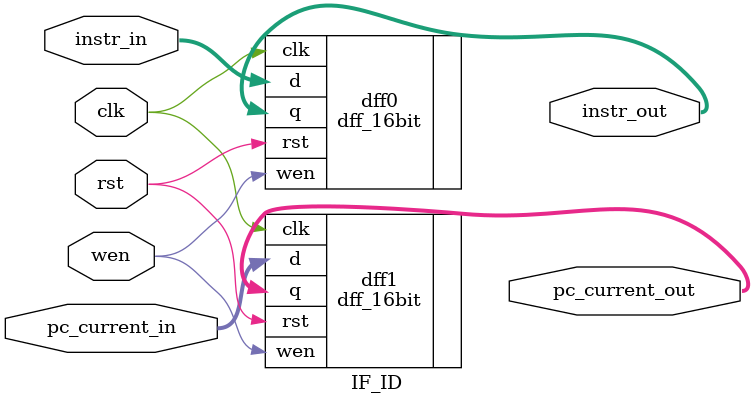
<source format=v>
module IF_ID(
    input clk,
    input rst,
    input wen,
    input [15:0] instr_in,
    input [15:0] pc_current_in,
    output [15:0] instr_out,
    output [15:0] pc_current_out
    );

// instruction flip flop
dff_16bit dff0 (.d(instr_in), .q(instr_out), .wen(wen), .clk(clk), .rst(rst));
// pc flip flop
dff_16bit dff1 (.d(pc_current_in), .q(pc_current_out), .wen(wen), .clk(clk), .rst(rst));

endmodule

</source>
